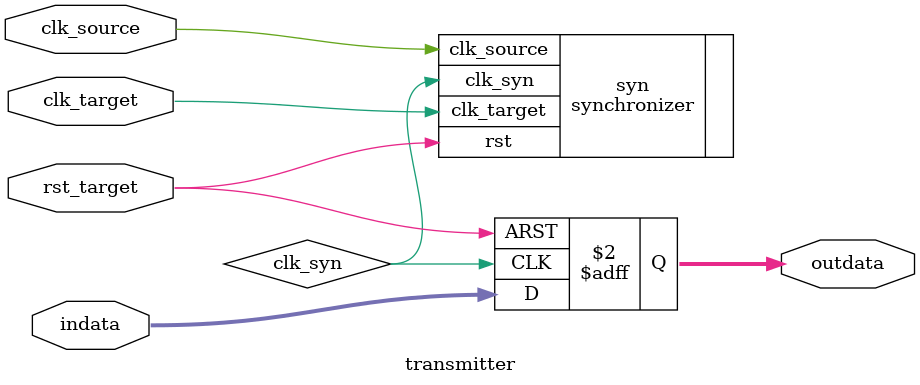
<source format=sv>
module transmitter # (
	parameter DATA_LEN = 8
) (
	input                         clk_source,
	input                         clk_target,
	input                         rst_target,
	
	input        [DATA_LEN - 1:0] indata,
	output logic [DATA_LEN - 1:0] outdata
);
	
	logic clk_syn;

	synchronizer syn (
		.clk_target (clk_target),
		.rst        (rst_target),
		
		.clk_source (clk_source),
		.clk_syn    (clk_syn)
	);
	
	always_ff @ (posedge clk_syn or posedge rst_target)
		if (rst_target)
			outdata <= 'z;
		else
			outdata <= indata;

endmodule
</source>
